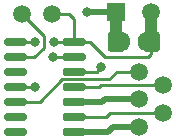
<source format=gbr>
%TF.GenerationSoftware,KiCad,Pcbnew,(5.1.8)-1*%
%TF.CreationDate,2020-12-26T04:00:47+01:00*%
%TF.ProjectId,feikController pedal,6665696b-436f-46e7-9472-6f6c6c657220,rev?*%
%TF.SameCoordinates,Original*%
%TF.FileFunction,Copper,L1,Top*%
%TF.FilePolarity,Positive*%
%FSLAX46Y46*%
G04 Gerber Fmt 4.6, Leading zero omitted, Abs format (unit mm)*
G04 Created by KiCad (PCBNEW (5.1.8)-1) date 2020-12-26 04:00:47*
%MOMM*%
%LPD*%
G01*
G04 APERTURE LIST*
%TA.AperFunction,SMDPad,CuDef*%
%ADD10C,1.500000*%
%TD*%
%TA.AperFunction,SMDPad,CuDef*%
%ADD11R,1.500000X1.500000*%
%TD*%
%TA.AperFunction,ViaPad*%
%ADD12C,0.800000*%
%TD*%
%TA.AperFunction,Conductor*%
%ADD13C,1.000000*%
%TD*%
%TA.AperFunction,Conductor*%
%ADD14C,0.250000*%
%TD*%
%TA.AperFunction,Conductor*%
%ADD15C,0.500000*%
%TD*%
G04 APERTURE END LIST*
%TO.P,C3,2*%
%TO.N,GND*%
%TA.AperFunction,SMDPad,CuDef*%
G36*
G01*
X179329500Y-106028500D02*
X179329500Y-105553500D01*
G75*
G02*
X179567000Y-105316000I237500J0D01*
G01*
X180142000Y-105316000D01*
G75*
G02*
X180379500Y-105553500I0J-237500D01*
G01*
X180379500Y-106028500D01*
G75*
G02*
X180142000Y-106266000I-237500J0D01*
G01*
X179567000Y-106266000D01*
G75*
G02*
X179329500Y-106028500I0J237500D01*
G01*
G37*
%TD.AperFunction*%
%TO.P,C3,1*%
%TO.N,+3V3*%
%TA.AperFunction,SMDPad,CuDef*%
G36*
G01*
X177579500Y-106028500D02*
X177579500Y-105553500D01*
G75*
G02*
X177817000Y-105316000I237500J0D01*
G01*
X178392000Y-105316000D01*
G75*
G02*
X178629500Y-105553500I0J-237500D01*
G01*
X178629500Y-106028500D01*
G75*
G02*
X178392000Y-106266000I-237500J0D01*
G01*
X177817000Y-106266000D01*
G75*
G02*
X177579500Y-106028500I0J237500D01*
G01*
G37*
%TD.AperFunction*%
%TD*%
%TO.P,C1,2*%
%TO.N,GND*%
%TA.AperFunction,SMDPad,CuDef*%
G36*
G01*
X179754500Y-106416000D02*
X179754500Y-105166000D01*
G75*
G02*
X180004500Y-104916000I250000J0D01*
G01*
X180929500Y-104916000D01*
G75*
G02*
X181179500Y-105166000I0J-250000D01*
G01*
X181179500Y-106416000D01*
G75*
G02*
X180929500Y-106666000I-250000J0D01*
G01*
X180004500Y-106666000D01*
G75*
G02*
X179754500Y-106416000I0J250000D01*
G01*
G37*
%TD.AperFunction*%
%TO.P,C1,1*%
%TO.N,+3V3*%
%TA.AperFunction,SMDPad,CuDef*%
G36*
G01*
X176779500Y-106416000D02*
X176779500Y-105166000D01*
G75*
G02*
X177029500Y-104916000I250000J0D01*
G01*
X177954500Y-104916000D01*
G75*
G02*
X178204500Y-105166000I0J-250000D01*
G01*
X178204500Y-106416000D01*
G75*
G02*
X177954500Y-106666000I-250000J0D01*
G01*
X177029500Y-106666000D01*
G75*
G02*
X176779500Y-106416000I0J250000D01*
G01*
G37*
%TD.AperFunction*%
%TD*%
%TO.P,C2,2*%
%TO.N,GND*%
%TA.AperFunction,SMDPad,CuDef*%
G36*
G01*
X179434800Y-106241001D02*
X179434800Y-105340999D01*
G75*
G02*
X179684799Y-105091000I249999J0D01*
G01*
X180334801Y-105091000D01*
G75*
G02*
X180584800Y-105340999I0J-249999D01*
G01*
X180584800Y-106241001D01*
G75*
G02*
X180334801Y-106491000I-249999J0D01*
G01*
X179684799Y-106491000D01*
G75*
G02*
X179434800Y-106241001I0J249999D01*
G01*
G37*
%TD.AperFunction*%
%TO.P,C2,1*%
%TO.N,+3V3*%
%TA.AperFunction,SMDPad,CuDef*%
G36*
G01*
X177384800Y-106241001D02*
X177384800Y-105340999D01*
G75*
G02*
X177634799Y-105091000I249999J0D01*
G01*
X178284801Y-105091000D01*
G75*
G02*
X178534800Y-105340999I0J-249999D01*
G01*
X178534800Y-106241001D01*
G75*
G02*
X178284801Y-106491000I-249999J0D01*
G01*
X177634799Y-106491000D01*
G75*
G02*
X177384800Y-106241001I0J249999D01*
G01*
G37*
%TD.AperFunction*%
%TD*%
%TO.P,U1,14*%
%TO.N,GND*%
%TA.AperFunction,SMDPad,CuDef*%
G36*
G01*
X172955400Y-105972800D02*
X172955400Y-105672800D01*
G75*
G02*
X173105400Y-105522800I150000J0D01*
G01*
X174755400Y-105522800D01*
G75*
G02*
X174905400Y-105672800I0J-150000D01*
G01*
X174905400Y-105972800D01*
G75*
G02*
X174755400Y-106122800I-150000J0D01*
G01*
X173105400Y-106122800D01*
G75*
G02*
X172955400Y-105972800I0J150000D01*
G01*
G37*
%TD.AperFunction*%
%TO.P,U1,13*%
%TO.N,/ICSPDAT*%
%TA.AperFunction,SMDPad,CuDef*%
G36*
G01*
X172955400Y-107242800D02*
X172955400Y-106942800D01*
G75*
G02*
X173105400Y-106792800I150000J0D01*
G01*
X174755400Y-106792800D01*
G75*
G02*
X174905400Y-106942800I0J-150000D01*
G01*
X174905400Y-107242800D01*
G75*
G02*
X174755400Y-107392800I-150000J0D01*
G01*
X173105400Y-107392800D01*
G75*
G02*
X172955400Y-107242800I0J150000D01*
G01*
G37*
%TD.AperFunction*%
%TO.P,U1,12*%
%TO.N,/ICSPCLK*%
%TA.AperFunction,SMDPad,CuDef*%
G36*
G01*
X172955400Y-108512800D02*
X172955400Y-108212800D01*
G75*
G02*
X173105400Y-108062800I150000J0D01*
G01*
X174755400Y-108062800D01*
G75*
G02*
X174905400Y-108212800I0J-150000D01*
G01*
X174905400Y-108512800D01*
G75*
G02*
X174755400Y-108662800I-150000J0D01*
G01*
X173105400Y-108662800D01*
G75*
G02*
X172955400Y-108512800I0J150000D01*
G01*
G37*
%TD.AperFunction*%
%TO.P,U1,11*%
%TO.N,/~SS*%
%TA.AperFunction,SMDPad,CuDef*%
G36*
G01*
X172955400Y-109782800D02*
X172955400Y-109482800D01*
G75*
G02*
X173105400Y-109332800I150000J0D01*
G01*
X174755400Y-109332800D01*
G75*
G02*
X174905400Y-109482800I0J-150000D01*
G01*
X174905400Y-109782800D01*
G75*
G02*
X174755400Y-109932800I-150000J0D01*
G01*
X173105400Y-109932800D01*
G75*
G02*
X172955400Y-109782800I0J150000D01*
G01*
G37*
%TD.AperFunction*%
%TO.P,U1,10*%
%TO.N,/CLK*%
%TA.AperFunction,SMDPad,CuDef*%
G36*
G01*
X172955400Y-111052800D02*
X172955400Y-110752800D01*
G75*
G02*
X173105400Y-110602800I150000J0D01*
G01*
X174755400Y-110602800D01*
G75*
G02*
X174905400Y-110752800I0J-150000D01*
G01*
X174905400Y-111052800D01*
G75*
G02*
X174755400Y-111202800I-150000J0D01*
G01*
X173105400Y-111202800D01*
G75*
G02*
X172955400Y-111052800I0J150000D01*
G01*
G37*
%TD.AperFunction*%
%TO.P,U1,9*%
%TO.N,/DATA*%
%TA.AperFunction,SMDPad,CuDef*%
G36*
G01*
X172955400Y-112322800D02*
X172955400Y-112022800D01*
G75*
G02*
X173105400Y-111872800I150000J0D01*
G01*
X174755400Y-111872800D01*
G75*
G02*
X174905400Y-112022800I0J-150000D01*
G01*
X174905400Y-112322800D01*
G75*
G02*
X174755400Y-112472800I-150000J0D01*
G01*
X173105400Y-112472800D01*
G75*
G02*
X172955400Y-112322800I0J150000D01*
G01*
G37*
%TD.AperFunction*%
%TO.P,U1,8*%
%TO.N,/CMD*%
%TA.AperFunction,SMDPad,CuDef*%
G36*
G01*
X172955400Y-113592800D02*
X172955400Y-113292800D01*
G75*
G02*
X173105400Y-113142800I150000J0D01*
G01*
X174755400Y-113142800D01*
G75*
G02*
X174905400Y-113292800I0J-150000D01*
G01*
X174905400Y-113592800D01*
G75*
G02*
X174755400Y-113742800I-150000J0D01*
G01*
X173105400Y-113742800D01*
G75*
G02*
X172955400Y-113592800I0J150000D01*
G01*
G37*
%TD.AperFunction*%
%TO.P,U1,7*%
%TO.N,Net-(U1-Pad7)*%
%TA.AperFunction,SMDPad,CuDef*%
G36*
G01*
X168005400Y-113592800D02*
X168005400Y-113292800D01*
G75*
G02*
X168155400Y-113142800I150000J0D01*
G01*
X169805400Y-113142800D01*
G75*
G02*
X169955400Y-113292800I0J-150000D01*
G01*
X169955400Y-113592800D01*
G75*
G02*
X169805400Y-113742800I-150000J0D01*
G01*
X168155400Y-113742800D01*
G75*
G02*
X168005400Y-113592800I0J150000D01*
G01*
G37*
%TD.AperFunction*%
%TO.P,U1,6*%
%TO.N,Net-(U1-Pad6)*%
%TA.AperFunction,SMDPad,CuDef*%
G36*
G01*
X168005400Y-112322800D02*
X168005400Y-112022800D01*
G75*
G02*
X168155400Y-111872800I150000J0D01*
G01*
X169805400Y-111872800D01*
G75*
G02*
X169955400Y-112022800I0J-150000D01*
G01*
X169955400Y-112322800D01*
G75*
G02*
X169805400Y-112472800I-150000J0D01*
G01*
X168155400Y-112472800D01*
G75*
G02*
X168005400Y-112322800I0J150000D01*
G01*
G37*
%TD.AperFunction*%
%TO.P,U1,5*%
%TO.N,/ACK*%
%TA.AperFunction,SMDPad,CuDef*%
G36*
G01*
X168005400Y-111052800D02*
X168005400Y-110752800D01*
G75*
G02*
X168155400Y-110602800I150000J0D01*
G01*
X169805400Y-110602800D01*
G75*
G02*
X169955400Y-110752800I0J-150000D01*
G01*
X169955400Y-111052800D01*
G75*
G02*
X169805400Y-111202800I-150000J0D01*
G01*
X168155400Y-111202800D01*
G75*
G02*
X168005400Y-111052800I0J150000D01*
G01*
G37*
%TD.AperFunction*%
%TO.P,U1,4*%
%TO.N,/VPP\u005C~MCLR*%
%TA.AperFunction,SMDPad,CuDef*%
G36*
G01*
X168005400Y-109782800D02*
X168005400Y-109482800D01*
G75*
G02*
X168155400Y-109332800I150000J0D01*
G01*
X169805400Y-109332800D01*
G75*
G02*
X169955400Y-109482800I0J-150000D01*
G01*
X169955400Y-109782800D01*
G75*
G02*
X169805400Y-109932800I-150000J0D01*
G01*
X168155400Y-109932800D01*
G75*
G02*
X168005400Y-109782800I0J150000D01*
G01*
G37*
%TD.AperFunction*%
%TO.P,U1,3*%
%TO.N,Net-(U1-Pad3)*%
%TA.AperFunction,SMDPad,CuDef*%
G36*
G01*
X168005400Y-108512800D02*
X168005400Y-108212800D01*
G75*
G02*
X168155400Y-108062800I150000J0D01*
G01*
X169805400Y-108062800D01*
G75*
G02*
X169955400Y-108212800I0J-150000D01*
G01*
X169955400Y-108512800D01*
G75*
G02*
X169805400Y-108662800I-150000J0D01*
G01*
X168155400Y-108662800D01*
G75*
G02*
X168005400Y-108512800I0J150000D01*
G01*
G37*
%TD.AperFunction*%
%TO.P,U1,2*%
%TO.N,/SW*%
%TA.AperFunction,SMDPad,CuDef*%
G36*
G01*
X168005400Y-107242800D02*
X168005400Y-106942800D01*
G75*
G02*
X168155400Y-106792800I150000J0D01*
G01*
X169805400Y-106792800D01*
G75*
G02*
X169955400Y-106942800I0J-150000D01*
G01*
X169955400Y-107242800D01*
G75*
G02*
X169805400Y-107392800I-150000J0D01*
G01*
X168155400Y-107392800D01*
G75*
G02*
X168005400Y-107242800I0J150000D01*
G01*
G37*
%TD.AperFunction*%
%TO.P,U1,1*%
%TO.N,+3V3*%
%TA.AperFunction,SMDPad,CuDef*%
G36*
G01*
X168005400Y-105972800D02*
X168005400Y-105672800D01*
G75*
G02*
X168155400Y-105522800I150000J0D01*
G01*
X169805400Y-105522800D01*
G75*
G02*
X169955400Y-105672800I0J-150000D01*
G01*
X169955400Y-105972800D01*
G75*
G02*
X169805400Y-106122800I-150000J0D01*
G01*
X168155400Y-106122800D01*
G75*
G02*
X168005400Y-105972800I0J150000D01*
G01*
G37*
%TD.AperFunction*%
%TD*%
D10*
%TO.P,GND,1*%
%TO.N,GND*%
X172085000Y-103454200D03*
%TD*%
%TO.P,SW,1*%
%TO.N,/SW*%
X169494200Y-103454200D03*
%TD*%
D11*
%TO.P,3.5V,1*%
%TO.N,+3V3*%
X177495200Y-103276400D03*
%TD*%
D10*
%TO.P,GND,1*%
%TO.N,GND*%
X180441600Y-103276400D03*
%TD*%
%TO.P,ACK,1*%
%TO.N,/ACK*%
X179400200Y-108331000D03*
%TD*%
%TO.P,CS,1*%
%TO.N,/~SS*%
X181432200Y-109499400D03*
%TD*%
%TO.P,CMD,1*%
%TO.N,/CMD*%
X179400200Y-113004600D03*
%TD*%
%TO.P,DATA,1*%
%TO.N,/DATA*%
X181432200Y-111836200D03*
%TD*%
%TO.P,CLK,1*%
%TO.N,/CLK*%
X179400200Y-110667800D03*
%TD*%
D12*
%TO.N,GND*%
X172186600Y-105816400D03*
%TO.N,+3V3*%
X170611800Y-105841800D03*
X175031400Y-103276400D03*
%TO.N,/VPP\u005C~MCLR*%
X170586400Y-109626400D03*
%TO.N,/ICSPDAT*%
X172110400Y-107086400D03*
%TO.N,/ICSPCLK*%
X176225200Y-107975400D03*
%TD*%
D13*
%TO.N,GND*%
X180441600Y-105765600D02*
X180467000Y-105791000D01*
X180441600Y-103276400D02*
X180441600Y-105765600D01*
D14*
X173930400Y-105822800D02*
X173930400Y-103851800D01*
X173532800Y-103454200D02*
X172085000Y-103454200D01*
X173930400Y-103851800D02*
X173532800Y-103454200D01*
X173924000Y-105816400D02*
X173930400Y-105822800D01*
X172186600Y-105816400D02*
X173924000Y-105816400D01*
X180213000Y-107111800D02*
X180467000Y-106857800D01*
X180467000Y-106857800D02*
X180467000Y-105791000D01*
X176555400Y-107111800D02*
X180213000Y-107111800D01*
X173930400Y-105822800D02*
X175266400Y-105822800D01*
X175266400Y-105822800D02*
X176555400Y-107111800D01*
D13*
%TO.N,+3V3*%
X177495200Y-105787800D02*
X177492000Y-105791000D01*
X177495200Y-103276400D02*
X177495200Y-105787800D01*
D14*
X168980400Y-105822800D02*
X170592800Y-105822800D01*
X170592800Y-105822800D02*
X170611800Y-105841800D01*
D15*
X175031400Y-103276400D02*
X177495200Y-103276400D01*
D14*
%TO.N,/VPP\u005C~MCLR*%
X168986800Y-109626400D02*
X168980400Y-109632800D01*
X170586400Y-109626400D02*
X168986800Y-109626400D01*
%TO.N,/ICSPDAT*%
X173924000Y-107086400D02*
X173930400Y-107092800D01*
X172110400Y-107086400D02*
X173924000Y-107086400D01*
%TO.N,/ICSPCLK*%
X175837800Y-108362800D02*
X173930400Y-108362800D01*
X176225200Y-107975400D02*
X175837800Y-108362800D01*
D15*
%TO.N,/CLK*%
X179400200Y-110667800D02*
X176555400Y-110667800D01*
X176320400Y-110902800D02*
X173930400Y-110902800D01*
X176555400Y-110667800D02*
X176320400Y-110902800D01*
D14*
%TO.N,/DATA*%
X181432200Y-111836200D02*
X176961800Y-111836200D01*
X176625200Y-112172800D02*
X173930400Y-112172800D01*
X176961800Y-111836200D02*
X176625200Y-112172800D01*
D15*
%TO.N,/CMD*%
X179400200Y-113004600D02*
X177215800Y-113004600D01*
X176777600Y-113442800D02*
X173930400Y-113442800D01*
X177215800Y-113004600D02*
X176777600Y-113442800D01*
D14*
%TO.N,/~SS*%
X181432200Y-109499400D02*
X176199800Y-109499400D01*
X176066400Y-109632800D02*
X173930400Y-109632800D01*
X176199800Y-109499400D02*
X176066400Y-109632800D01*
%TO.N,/ACK*%
X172928622Y-108987810D02*
X176889190Y-108987810D01*
X168980400Y-110902800D02*
X171013632Y-110902800D01*
X171013632Y-110902800D02*
X172928622Y-108987810D01*
X177546000Y-108331000D02*
X179400200Y-108331000D01*
X176889190Y-108987810D02*
X177546000Y-108331000D01*
%TO.N,/SW*%
X171348400Y-106299000D02*
X171348400Y-105308400D01*
X168980400Y-107092800D02*
X170554600Y-107092800D01*
X171348400Y-105308400D02*
X169494200Y-103454200D01*
X170554600Y-107092800D02*
X171348400Y-106299000D01*
%TD*%
M02*

</source>
